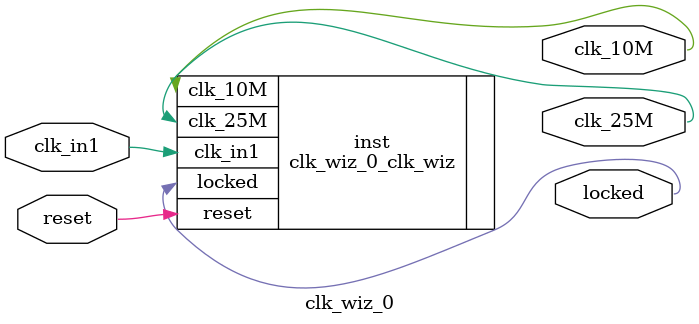
<source format=v>


`timescale 1ps/1ps

(* CORE_GENERATION_INFO = "clk_wiz_0,clk_wiz_v6_0_5_0_0,{component_name=clk_wiz_0,use_phase_alignment=true,use_min_o_jitter=false,use_max_i_jitter=false,use_dyn_phase_shift=false,use_inclk_switchover=false,use_dyn_reconfig=false,enable_axi=0,feedback_source=FDBK_AUTO,PRIMITIVE=MMCM,num_out_clk=2,clkin1_period=10.000,clkin2_period=10.000,use_power_down=false,use_reset=true,use_locked=true,use_inclk_stopped=false,feedback_type=SINGLE,CLOCK_MGR_TYPE=NA,manual_override=false}" *)

module clk_wiz_0 
 (
  // Clock out ports
  output        clk_25M,
  output        clk_10M,
  // Status and control signals
  input         reset,
  output        locked,
 // Clock in ports
  input         clk_in1
 );

  clk_wiz_0_clk_wiz inst
  (
  // Clock out ports  
  .clk_25M(clk_25M),
  .clk_10M(clk_10M),
  // Status and control signals               
  .reset(reset), 
  .locked(locked),
 // Clock in ports
  .clk_in1(clk_in1)
  );

endmodule

</source>
